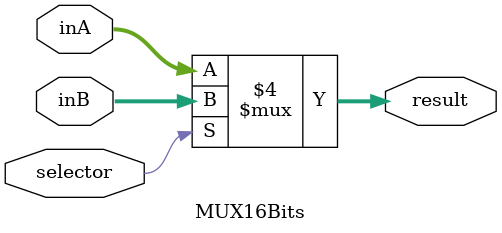
<source format=v>
/*
Simple design for a 2:1 multiplexer
Set selector to 0 for the first inputA,
else you will get the second input,
*/

module MUX16Bits(
    input [15:0] inA,
    input [15:0] inB,

    input selector,

    output reg [15:0] result
);

	 always@(*) begin
		 if(selector == 0)
					result <= inA;
			  else
					result <= inB;
		 end
endmodule
</source>
